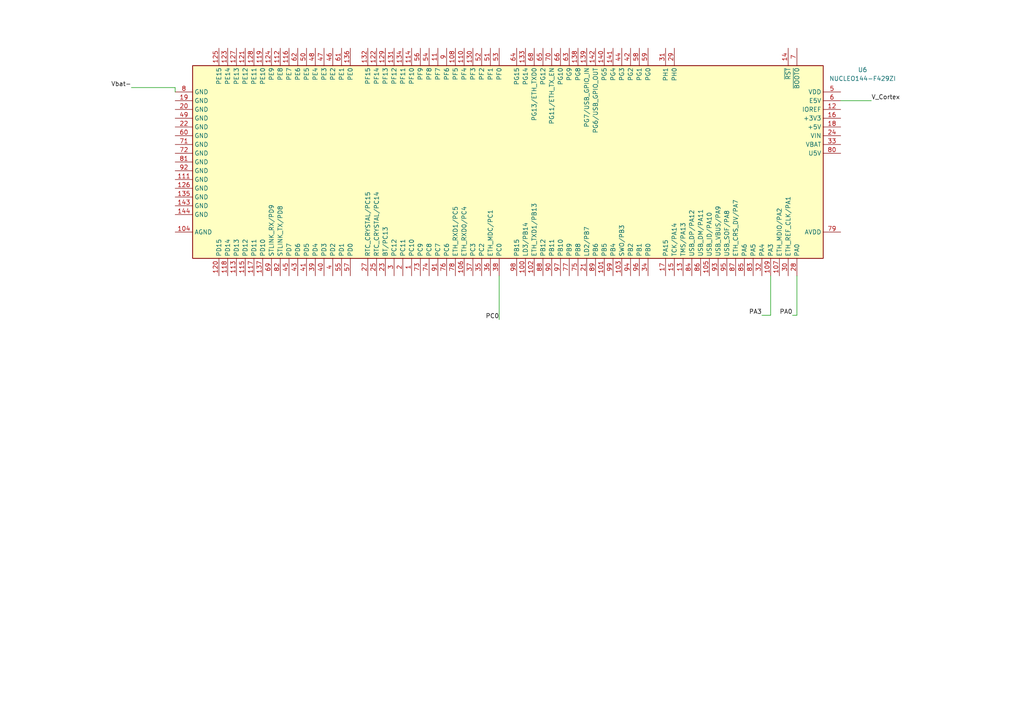
<source format=kicad_sch>
(kicad_sch (version 20250114) (generator "eeschema") (generator_version "9.0")
  (paper "A4")
  (lib_symbols
    (symbol "MCU_Module:NUCLEO144-F429ZI"
      (property "Reference" "U" (at -22.86 94.615 0))
      (property "Value" "NUCLEO144-F429ZI" (at -22.86 92.71 0))
      (symbol "NUCLEO144-F429ZI_0_1"
        (rectangle (start -27.94 -91.44) (end 27.94 91.44) (stroke (width 0.254)) (fill (type background)))
      )
      (symbol "NUCLEO144-F429ZI_1_1"
        (pin input line (at -33.02 83.82 0) (length 5.08) (name "~{BOOT0}") (number "7"))
        (pin input line (at -33.02 81.28 0) (length 5.08) (name "~{RST}") (number "14"))
        (pin bidirectional line (at -33.02 48.26 0) (length 5.08) (name "PH0") (number "29"))
        (pin bidirectional line (at -33.02 45.72 0) (length 5.08) (name "PH1") (number "31"))
        (pin bidirectional line (at -33.02 40.64 0) (length 5.08) (name "PG0") (number "59"))
        (pin bidirectional line (at -33.02 38.1 0) (length 5.08) (name "PG1") (number "58"))
        (pin bidirectional line (at -33.02 35.56 0) (length 5.08) (name "PG2") (number "42"))
        (pin bidirectional line (at -33.02 33.02 0) (length 5.08) (name "PG3") (number "44"))
        (pin bidirectional line (at -33.02 30.48 0) (length 5.08) (name "PG4") (number "141"))
        (pin bidirectional line (at -33.02 27.94 0) (length 5.08) (name "PG5") (number "140"))
        (pin bidirectional line (at -33.02 25.4 0) (length 5.08) (name "PG6/USB_GPIO_OUT") (number "142"))
        (pin bidirectional line (at -33.02 22.86 0) (length 5.08) (name "PG7/USB_GPIO_IN") (number "139"))
        (pin bidirectional line (at -33.02 20.32 0) (length 5.08) (name "PG8") (number "138"))
        (pin bidirectional line (at -33.02 17.78 0) (length 5.08) (name "PG9") (number "63"))
        (pin bidirectional line (at -33.02 15.24 0) (length 5.08) (name "PG10") (number "66"))
        (pin bidirectional line (at -33.02 12.7 0) (length 5.08) (name "PG11/ETH_TX_EN") (number "70"))
        (pin bidirectional line (at -33.02 10.16 0) (length 5.08) (name "PG12") (number "65"))
        (pin bidirectional line (at -33.02 7.62 0) (length 5.08) (name "PG13/ETH_TXD0") (number "68"))
        (pin bidirectional line (at -33.02 5.08 0) (length 5.08) (name "PG14") (number "133"))
        (pin bidirectional line (at -33.02 2.54 0) (length 5.08) (name "PG15") (number "64"))
        (pin bidirectional line (at -33.02 -2.54 0) (length 5.08) (name "PF0") (number "53"))
        (pin bidirectional line (at -33.02 -5.08 0) (length 5.08) (name "PF1") (number "51"))
        (pin bidirectional line (at -33.02 -7.62 0) (length 5.08) (name "PF2") (number "52"))
        (pin bidirectional line (at -33.02 -10.16 0) (length 5.08) (name "PF3") (number "130"))
        (pin bidirectional line (at -33.02 -12.7 0) (length 5.08) (name "PF4") (number "110"))
        (pin bidirectional line (at -33.02 -15.24 0) (length 5.08) (name "PF5") (number "108"))
        (pin bidirectional line (at -33.02 -17.78 0) (length 5.08) (name "PF6") (number "9"))
        (pin bidirectional line (at -33.02 -20.32 0) (length 5.08) (name "PF7") (number "11"))
        (pin bidirectional line (at -33.02 -22.86 0) (length 5.08) (name "PF8") (number "54"))
        (pin bidirectional line (at -33.02 -25.4 0) (length 5.08) (name "PF9") (number "56"))
        (pin bidirectional line (at -33.02 -27.94 0) (length 5.08) (name "PF10") (number "114"))
        (pin bidirectional line (at -33.02 -30.48 0) (length 5.08) (name "PF11") (number "134"))
        (pin bidirectional line (at -33.02 -33.02 0) (length 5.08) (name "PF12") (number "131"))
        (pin bidirectional line (at -33.02 -35.56 0) (length 5.08) (name "PF13") (number "129"))
        (pin bidirectional line (at -33.02 -38.1 0) (length 5.08) (name "PF14") (number "122"))
        (pin bidirectional line (at -33.02 -40.64 0) (length 5.08) (name "PF15") (number "132"))
        (pin bidirectional line (at -33.02 -45.72 0) (length 5.08) (name "PE0") (number "136"))
        (pin bidirectional line (at -33.02 -48.26 0) (length 5.08) (name "PE1") (number "61"))
        (pin bidirectional line (at -33.02 -50.8 0) (length 5.08) (name "PE2") (number "46"))
        (pin bidirectional line (at -33.02 -53.34 0) (length 5.08) (name "PE3") (number "47"))
        (pin bidirectional line (at -33.02 -55.88 0) (length 5.08) (name "PE4") (number "48"))
        (pin bidirectional line (at -33.02 -58.42 0) (length 5.08) (name "PE5") (number "50"))
        (pin bidirectional line (at -33.02 -60.96 0) (length 5.08) (name "PE6") (number "62"))
        (pin bidirectional line (at -33.02 -63.5 0) (length 5.08) (name "PE7") (number "116"))
        (pin bidirectional line (at -33.02 -66.04 0) (length 5.08) (name "PE8") (number "112"))
        (pin bidirectional line (at -33.02 -68.58 0) (length 5.08) (name "PE9") (number "124"))
        (pin bidirectional line (at -33.02 -71.12 0) (length 5.08) (name "PE10") (number "119"))
        (pin bidirectional line (at -33.02 -73.66 0) (length 5.08) (name "PE11") (number "128"))
        (pin bidirectional line (at -33.02 -76.2 0) (length 5.08) (name "PE12") (number "121"))
        (pin bidirectional line (at -33.02 -78.74 0) (length 5.08) (name "PE13") (number "127"))
        (pin bidirectional line (at -33.02 -81.28 0) (length 5.08) (name "PE14") (number "123"))
        (pin bidirectional line (at -33.02 -83.82 0) (length 5.08) (name "PE15") (number "125"))
        (pin no_connect line (at -27.94 58.42 0) (length 5.08) (hide yes) (name "NC") (number "26"))
        (pin no_connect line (at -27.94 55.88 0) (length 5.08) (hide yes) (name "NC") (number "10"))
        (pin no_connect line (at -27.94 53.34 0) (length 5.08) (hide yes) (name "NC") (number "67"))
        (pin power_in line (at -20.32 96.52 270) (length 5.08) (name "VDD") (number "5"))
        (pin power_in line (at -20.32 -96.52 90) (length 5.08) (name "GND") (number "8"))
        (pin power_in line (at -17.78 96.52 270) (length 5.08) (name "E5V") (number "6"))
        (pin power_in line (at -17.78 -96.52 90) (length 5.08) (name "GND") (number "19"))
        (pin power_in line (at -15.24 96.52 270) (length 5.08) (name "IOREF") (number "12"))
        (pin power_in line (at -15.24 -96.52 90) (length 5.08) (name "GND") (number "20"))
        (pin power_in line (at -12.7 96.52 270) (length 5.08) (name "+3V3") (number "16"))
        (pin power_in line (at -12.7 -96.52 90) (length 5.08) (name "GND") (number "49"))
        (pin power_in line (at -10.16 96.52 270) (length 5.08) (name "+5V") (number "18"))
        (pin power_in line (at -10.16 -96.52 90) (length 5.08) (name "GND") (number "22"))
        (pin power_in line (at -7.62 96.52 270) (length 5.08) (name "VIN") (number "24"))
        (pin power_in line (at -7.62 -96.52 90) (length 5.08) (name "GND") (number "60"))
        (pin power_in line (at -5.08 96.52 270) (length 5.08) (name "VBAT") (number "33"))
        (pin power_in line (at -5.08 -96.52 90) (length 5.08) (name "GND") (number "71"))
        (pin power_in line (at -2.54 96.52 270) (length 5.08) (name "U5V") (number "80"))
        (pin power_in line (at -2.54 -96.52 90) (length 5.08) (name "GND") (number "72"))
        (pin power_in line (at 0 -96.52 90) (length 5.08) (name "GND") (number "81"))
        (pin power_in line (at 2.54 -96.52 90) (length 5.08) (name "GND") (number "92"))
        (pin power_in line (at 5.08 -96.52 90) (length 5.08) (name "GND") (number "111"))
        (pin power_in line (at 7.62 -96.52 90) (length 5.08) (name "GND") (number "126"))
        (pin power_in line (at 10.16 -96.52 90) (length 5.08) (name "GND") (number "135"))
        (pin power_in line (at 12.7 -96.52 90) (length 5.08) (name "GND") (number "143"))
        (pin power_in line (at 15.24 -96.52 90) (length 5.08) (name "GND") (number "144"))
        (pin power_in line (at 20.32 96.52 270) (length 5.08) (name "AVDD") (number "79"))
        (pin power_in line (at 20.32 -96.52 90) (length 5.08) (name "AGND") (number "104"))
        (pin bidirectional line (at 33.02 83.82 180) (length 5.08) (name "PA0") (number "28"))
        (pin bidirectional line (at 33.02 81.28 180) (length 5.08) (name "ETH_REF_CLK/PA1") (number "30"))
        (pin bidirectional line (at 33.02 78.74 180) (length 5.08) (name "ETH_MDIO/PA2") (number "107"))
        (pin bidirectional line (at 33.02 76.2 180) (length 5.08) (name "PA3") (number "109"))
        (pin bidirectional line (at 33.02 73.66 180) (length 5.08) (name "PA4") (number "32"))
        (pin bidirectional line (at 33.02 71.12 180) (length 5.08) (name "PA5") (number "83"))
        (pin bidirectional line (at 33.02 68.58 180) (length 5.08) (name "PA6") (number "85"))
        (pin bidirectional line (at 33.02 66.04 180) (length 5.08) (name "ETH_CRS_DV/PA7") (number "87"))
        (pin bidirectional line (at 33.02 63.5 180) (length 5.08) (name "USB_SOF/PA8") (number "95"))
        (pin bidirectional line (at 33.02 60.96 180) (length 5.08) (name "USB_VBUS/PA9") (number "93"))
        (pin bidirectional line (at 33.02 58.42 180) (length 5.08) (name "USB_ID/PA10") (number "105"))
        (pin bidirectional line (at 33.02 55.88 180) (length 5.08) (name "USB_DM/PA11") (number "86"))
        (pin bidirectional line (at 33.02 53.34 180) (length 5.08) (name "USB_DP/PA12") (number "84"))
        (pin bidirectional line (at 33.02 50.8 180) (length 5.08) (name "TMS/PA13") (number "13"))
        (pin bidirectional line (at 33.02 48.26 180) (length 5.08) (name "TCK/PA14") (number "15"))
        (pin bidirectional line (at 33.02 45.72 180) (length 5.08) (name "PA15") (number "17"))
        (pin bidirectional line (at 33.02 40.64 180) (length 5.08) (name "PB0") (number "34"))
        (pin bidirectional line (at 33.02 38.1 180) (length 5.08) (name "PB1") (number "96"))
        (pin bidirectional line (at 33.02 35.56 180) (length 5.08) (name "PB2") (number "94"))
        (pin bidirectional line (at 33.02 33.02 180) (length 5.08) (name "SWO/PB3") (number "103"))
        (pin bidirectional line (at 33.02 30.48 180) (length 5.08) (name "PB4") (number "99"))
        (pin bidirectional line (at 33.02 27.94 180) (length 5.08) (name "PB5") (number "101"))
        (pin bidirectional line (at 33.02 25.4 180) (length 5.08) (name "PB6") (number "89"))
        (pin bidirectional line (at 33.02 22.86 180) (length 5.08) (name "LD2/PB7") (number "21"))
        (pin bidirectional line (at 33.02 20.32 180) (length 5.08) (name "PB8") (number "75"))
        (pin bidirectional line (at 33.02 17.78 180) (length 5.08) (name "PB9") (number "77"))
        (pin bidirectional line (at 33.02 15.24 180) (length 5.08) (name "PB10") (number "97"))
        (pin bidirectional line (at 33.02 12.7 180) (length 5.08) (name "PB11") (number "90"))
        (pin bidirectional line (at 33.02 10.16 180) (length 5.08) (name "PB12") (number "88"))
        (pin bidirectional line (at 33.02 7.62 180) (length 5.08) (name "ETH_TXD1/PB13") (number "102"))
        (pin bidirectional line (at 33.02 5.08 180) (length 5.08) (name "LD3/PB14") (number "100"))
        (pin bidirectional line (at 33.02 2.54 180) (length 5.08) (name "PB15") (number "98"))
        (pin bidirectional line (at 33.02 -2.54 180) (length 5.08) (name "PC0") (number "38"))
        (pin bidirectional line (at 33.02 -5.08 180) (length 5.08) (name "ETH_MDC/PC1") (number "36"))
        (pin bidirectional line (at 33.02 -7.62 180) (length 5.08) (name "PC2") (number "35"))
        (pin bidirectional line (at 33.02 -10.16 180) (length 5.08) (name "PC3") (number "37"))
        (pin bidirectional line (at 33.02 -12.7 180) (length 5.08) (name "ETH_RXD0/PC4") (number "106"))
        (pin bidirectional line (at 33.02 -15.24 180) (length 5.08) (name "ETH_RXD1/PC5") (number "78"))
        (pin bidirectional line (at 33.02 -17.78 180) (length 5.08) (name "PC6") (number "76"))
        (pin bidirectional line (at 33.02 -20.32 180) (length 5.08) (name "PC7") (number "91"))
        (pin bidirectional line (at 33.02 -22.86 180) (length 5.08) (name "PC8") (number "74"))
        (pin bidirectional line (at 33.02 -25.4 180) (length 5.08) (name "PC9") (number "73"))
        (pin bidirectional line (at 33.02 -27.94 180) (length 5.08) (name "PC10") (number "1"))
        (pin bidirectional line (at 33.02 -30.48 180) (length 5.08) (name "PC11") (number "2"))
        (pin bidirectional line (at 33.02 -33.02 180) (length 5.08) (name "PC12") (number "3"))
        (pin bidirectional line (at 33.02 -35.56 180) (length 5.08) (name "BT/PC13") (number "23"))
        (pin bidirectional line (at 33.02 -38.1 180) (length 5.08) (name "RTC_CRYSTAL/PC14") (number "25"))
        (pin bidirectional line (at 33.02 -40.64 180) (length 5.08) (name "RTC_CRYSTAL/PC15") (number "27"))
        (pin bidirectional line (at 33.02 -45.72 180) (length 5.08) (name "PD0") (number "57"))
        (pin bidirectional line (at 33.02 -48.26 180) (length 5.08) (name "PD1") (number "55"))
        (pin bidirectional line (at 33.02 -50.8 180) (length 5.08) (name "PD2") (number "4"))
        (pin bidirectional line (at 33.02 -53.34 180) (length 5.08) (name "PD3") (number "40"))
        (pin bidirectional line (at 33.02 -55.88 180) (length 5.08) (name "PD4") (number "39"))
        (pin bidirectional line (at 33.02 -58.42 180) (length 5.08) (name "PD5") (number "41"))
        (pin bidirectional line (at 33.02 -60.96 180) (length 5.08) (name "PD6") (number "43"))
        (pin bidirectional line (at 33.02 -63.5 180) (length 5.08) (name "PD7") (number "45"))
        (pin bidirectional line (at 33.02 -66.04 180) (length 5.08) (name "STLINK_TX/PD8") (number "82"))
        (pin bidirectional line (at 33.02 -68.58 180) (length 5.08) (name "STLINK_RX/PD9") (number "69"))
        (pin bidirectional line (at 33.02 -71.12 180) (length 5.08) (name "PD10") (number "137"))
        (pin bidirectional line (at 33.02 -73.66 180) (length 5.08) (name "PD11") (number "117"))
        (pin bidirectional line (at 33.02 -76.2 180) (length 5.08) (name "PD12") (number "115"))
        (pin bidirectional line (at 33.02 -78.74 180) (length 5.08) (name "PD13") (number "113"))
        (pin bidirectional line (at 33.02 -81.28 180) (length 5.08) (name "PD14") (number "118"))
        (pin bidirectional line (at 33.02 -83.82 180) (length 5.08) (name "PD15") (number "120"))
      )
    )
  )
  (wire (pts (xy 38.1 25.4) (xy 50.8 25.4)))
  (wire (pts (xy 144.78 80.01) (xy 144.78 92.71)))
  (wire (pts (xy 50.8 25.4) (xy 50.8 26.67)))
  (wire (pts (xy 231.14 91.44) (xy 231.14 80.01)))
  (wire (pts (xy 223.52 91.44) (xy 223.52 80.01)))
  (wire (pts (xy 220.98 91.44) (xy 223.52 91.44)))
  (wire (pts (xy 229.87 91.44) (xy 231.14 91.44)))
  (wire (pts (xy 243.84 29.21) (xy 252.73 29.21)))
  (label "PA3" (at 220.98 91.44 180))
  (label "Vbat-" (at 38.1 25.4 180))
  (label "PC0" (at 144.78 92.71 180))
  (label "V_Cortex" (at 252.73 29.21 0))
  (label "PA0" (at 229.87 91.44 180))
  (symbol (lib_id "MCU_Module:NUCLEO144-F429ZI") (at 147.32 46.99 270) (unit 1)
    (property "Reference" "U6" (at 250.19 20.2498 90))
    (property "Value" "NUCLEO144-F429ZI" (at 250.19 22.7898 90))
    (property "Footprint" "Module:ST_Morpho_Connector_144_STLink" (effects (hide yes)))
    (property "Datasheet" "http://www.st.com/content/ccc/resource/technical/document/data_brief/group0/7b/df/1d/e9/64/55/43/8d/DM00247910/files/DM00247910.pdf/jcr:content/translations/en.DM00247910.pdf" (effects (hide yes)))
    (property "Description" "Nucleo 144 Development Board with STM32F429ZIT6 MCU, 256kB RAM, 1Mb FLASH" (effects (hide yes)))
  )
)
</source>
